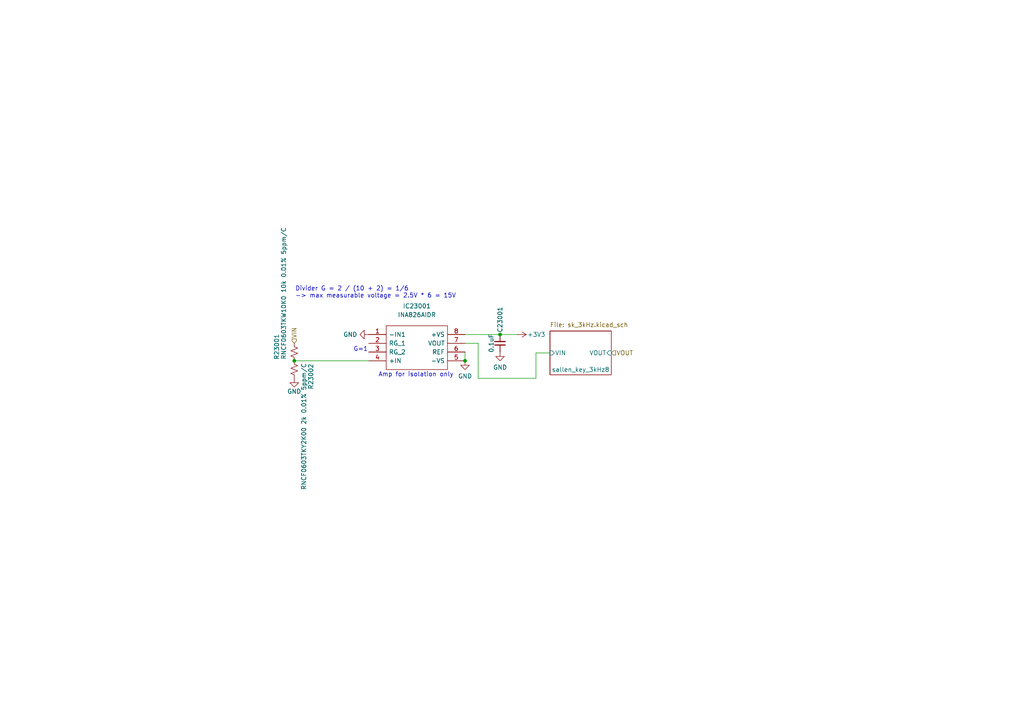
<source format=kicad_sch>
(kicad_sch (version 20231120) (generator "eeschema") (generator_version "8.0")
  (paper "A4")
  (lib_symbols
    (symbol "Device:C_Small" (pin_numbers hide) (pin_names (offset 0.254) hide)
      (property "Reference" "C" (at 0.254 1.778 0))
      (property "Value" "C_Small" (at 0.254 -2.032 0))
      (symbol "C_Small_0_1"
        (polyline (pts (xy -1.524 -0.508) (xy 1.524 -0.508)) (stroke (width 0.3302)))
        (polyline (pts (xy -1.524 0.508) (xy 1.524 0.508)) (stroke (width 0.3048)))
      )
      (symbol "C_Small_1_1"
        (pin passive line (at 0 2.54 270) (length 2.032) (name "~") (number "1"))
        (pin passive line (at 0 -2.54 90) (length 2.032) (name "~") (number "2"))
      )
    )
    (symbol "Device:R_Small_US" (pin_numbers hide) (pin_names (offset 0.254) hide)
      (property "Reference" "R" (at 0.762 0.508 0))
      (property "Value" "R_Small_US" (at 0.762 -1.016 0))
      (symbol "R_Small_US_1_1"
        (polyline (pts (xy 0 0) (xy 1.016 -0.381) (xy 0 -0.762) (xy -1.016 -1.143) (xy 0 -1.524)))
        (polyline (pts (xy 0 1.524) (xy 1.016 1.143) (xy 0 0.762) (xy -1.016 0.381) (xy 0 0)))
        (pin passive line (at 0 2.54 270) (length 1.016) (name "~") (number "1"))
        (pin passive line (at 0 -2.54 90) (length 1.016) (name "~") (number "2"))
      )
    )
    (symbol "aaa:INA826AIDR" (pin_names (offset 0.762))
      (property "Reference" "IC" (at 24.13 7.62 0))
      (property "Value" "INA826AIDR" (at 24.13 5.08 0))
      (symbol "INA826AIDR_0_0"
        (pin passive line (at 0 0 0) (length 5.08) (name "-IN1") (number "1"))
        (pin passive line (at 0 -2.54 0) (length 5.08) (name "RG_1") (number "2"))
        (pin passive line (at 0 -5.08 0) (length 5.08) (name "RG_2") (number "3"))
        (pin passive line (at 0 -7.62 0) (length 5.08) (name "+IN") (number "4"))
        (pin passive line (at 27.94 -7.62 180) (length 5.08) (name "-VS") (number "5"))
        (pin passive line (at 27.94 -5.08 180) (length 5.08) (name "REF") (number "6"))
        (pin passive line (at 27.94 -2.54 180) (length 5.08) (name "VOUT") (number "7"))
        (pin passive line (at 27.94 0 180) (length 5.08) (name "+VS") (number "8"))
      )
      (symbol "INA826AIDR_0_1"
        (polyline (pts (xy 5.08 2.54) (xy 22.86 2.54) (xy 22.86 -10.16) (xy 5.08 -10.16) (xy 5.08 2.54)) (stroke (width 0.1524)))
      )
    )
    (symbol "power:+3V3" (power) (pin_numbers hide) (pin_names (offset 0) hide)
      (property "Value" "+3V3" (at 0 3.556 0))
      (symbol "+3V3_0_1"
        (polyline (pts (xy -0.762 1.27) (xy 0 2.54)))
        (polyline (pts (xy 0 0) (xy 0 2.54)))
        (polyline (pts (xy 0 2.54) (xy 0.762 1.27)))
      )
      (symbol "+3V3_1_1"
        (pin power_in line (at 0 0 90) (length 0) (name "~") (number "1"))
      )
    )
    (symbol "power:GND" (power) (pin_names (offset 0))
      (property "Value" "GND" (at 0 -3.81 0))
      (symbol "GND_0_1"
        (polyline (pts (xy 0 0) (xy 0 -1.27) (xy 1.27 -1.27) (xy 0 -2.54) (xy -1.27 -1.27) (xy 0 -1.27)))
      )
      (symbol "GND_1_1"
        (pin power_in line (at 0 0 270) (length 0) hide (name "GND") (number "1"))
      )
    )
  )
  (junction (at 134.874 104.648))
  (junction (at 85.344 104.648))
  (junction (at 145.034 97.028))
  (wire (pts (xy 138.684 109.728) (xy 138.684 99.568)))
  (wire (pts (xy 145.034 97.028) (xy 150.114 97.028)))
  (wire (pts (xy 155.448 102.362) (xy 155.448 109.728)))
  (wire (pts (xy 85.344 104.648) (xy 106.934 104.648)))
  (wire (pts (xy 134.874 102.108) (xy 134.874 104.648)))
  (wire (pts (xy 134.874 97.028) (xy 145.034 97.028)))
  (wire (pts (xy 138.684 99.568) (xy 134.874 99.568)))
  (wire (pts (xy 138.684 109.728) (xy 155.448 109.728)))
  (wire (pts (xy 159.512 102.362) (xy 155.448 102.362)))
  (text "G=1" (at 102.489 102.108 0) (effects (font (size 1.27 1.27)) (justify left bottom)))
  (text "Amp for isolation only" (at 109.728 109.474 0) (effects (font (size 1.27 1.27)) (justify left bottom)))
  (text "Divider G = 2 / (10 + 2) = 1/6\n-> max measurable voltage = 2.5V * 6 = 15V" (at 85.598 86.614 0) (effects (font (size 1.27 1.27)) (justify left bottom)))
  (hierarchical_label "VOUT" (shape input) (at 177.292 102.362 0))
  (hierarchical_label "VIN" (shape input) (at 85.344 99.568 90))
  (symbol (lib_id "aaa:INA826AIDR") (at 106.934 97.028 0) (unit 1)
    (property "Reference" "IC23001" (at 120.904 88.773 0))
    (property "Value" "INA826AIDR" (at 120.904 91.313 0))
    (property "Footprint" "aaa:SOIC127P600X175-8N" (effects (hide yes)))
    (property "Datasheet" "http://www.ti.com/lit/gpn/ina826" (effects (hide yes)))
    (property "Description" "Precision, 200-uA Supply Current, 36-V Supply Instrumentation Amplifier" (effects (hide yes)))
    (property "Height" "1.75" (effects (hide yes)))
    (property "Manufacturer_Name" "Texas Instruments" (effects (hide yes)))
    (property "Manufacturer_Part_Number" "INA826AIDR" (effects (hide yes)))
    (property "Mouser Part Number" "595-INA826AIDR" (effects (hide yes)))
    (property "Mouser Price/Stock" "https://www.mouser.co.uk/ProductDetail/Texas-Instruments/INA826AIDR?qs=RqytGdBYyUFuQNJtlkA6aQ%3D%3D" (effects (hide yes)))
    (property "Arrow Part Number" "INA826AIDR" (effects (hide yes)))
    (property "Arrow Price/Stock" "https://www.arrow.com/en/products/ina826aidr/texas-instruments?region=nac" (effects (hide yes)))
    (property "LCSC" "C38433" (effects (hide yes)))
    (instances (project "analog_frontend_panel" (path "" (reference "IC23001") (unit 1)) (path "" (reference "IC45001") (unit 1))))
  )
  (symbol (lib_id "Device:R_Small_US") (at 85.344 107.188 0) (unit 1)
    (property "Reference" "R23002" (at 90.17 109.22 90))
    (property "Value" "RNCF0603TKY2K00 2k 0.01% 5ppm/C" (at 88.138 123.698 90))
    (property "Footprint" "Resistor_SMD:R_0603_1608Metric" (effects (hide yes)))
    (property "LCSC" "C346578" (effects (hide yes)))
    (instances (project "analog_frontend_panel" (path "" (reference "R23002") (unit 1)) (path "" (reference "R45003") (unit 1))))
  )
  (symbol (lib_id "power:GND") (at 85.344 109.728 0) (unit 1)
    (property "Reference" "#PWR23001" (effects (hide yes)))
    (property "Value" "GND" (at 87.376 113.538 0) (effects (justify right)))
    (instances (project "analog_frontend_panel" (path "" (reference "#PWR23001") (unit 1)) (path "" (reference "#PWR45009") (unit 1))))
  )
  (symbol (lib_id "power:+3V3") (at 150.114 97.028 270) (unit 1)
    (property "Reference" "#PWR23005" (effects (hide yes)))
    (property "Value" "+3V3" (at 152.908 97.028 90) (effects (justify left)))
    (property "Description" "Power symbol creates a global label with name \"+3V3\"" (effects (hide yes)))
    (instances (project "analog_frontend_panel" (path "" (reference "#PWR23005") (unit 1)) (path "" (reference "#PWR45008") (unit 1))))
  )
  (symbol (lib_id "Device:R_Small_US") (at 85.344 102.108 180) (unit 1)
    (property "Reference" "R23001" (at 80.264 100.584 90))
    (property "Value" "RNCF0603TKW10K0 10k 0.01% 5ppm/C" (at 82.296 85.09 90))
    (property "Footprint" "Resistor_SMD:R_0603_1608Metric" (effects (hide yes)))
    (property "LCSC" "C2482678" (effects (hide yes)))
    (instances (project "analog_frontend_panel" (path "" (reference "R23001") (unit 1)) (path "" (reference "R45004") (unit 1))))
  )
  (symbol (lib_id "power:GND") (at 106.934 97.028 270) (unit 1)
    (property "Reference" "#PWR23002" (effects (hide yes)))
    (property "Value" "GND" (at 103.632 97.0279 90) (effects (justify right)))
    (instances (project "analog_frontend_panel" (path "" (reference "#PWR23002") (unit 1)) (path "" (reference "#PWR45005") (unit 1))))
  )
  (symbol (lib_id "power:GND") (at 134.874 104.648 0) (unit 1)
    (property "Reference" "#PWR23003" (effects (hide yes)))
    (property "Value" "GND" (at 134.874 109.093 0))
    (instances (project "analog_frontend_panel" (path "" (reference "#PWR23003") (unit 1)) (path "" (reference "#PWR45006") (unit 1))))
  )
  (symbol (lib_id "Device:C_Small") (at 145.034 99.568 180) (unit 1)
    (property "Reference" "C23001" (at 145.034 92.71 90))
    (property "Value" "0.1uF" (at 142.494 99.568 90))
    (property "Footprint" "Capacitor_SMD:C_0402_1005Metric" (effects (hide yes)))
    (instances (project "analog_frontend_panel" (path "" (reference "C23001") (unit 1)) (path "" (reference "C45001") (unit 1))))
  )
  (symbol (lib_id "power:GND") (at 145.034 102.108 0) (unit 1)
    (property "Reference" "#PWR23004" (effects (hide yes)))
    (property "Value" "GND" (at 145.034 106.553 0))
    (instances (project "analog_frontend_panel" (path "" (reference "#PWR23004") (unit 1)) (path "" (reference "#PWR45007") (unit 1))))
  )
  (sheet (at 159.512 96.012) (size 17.78 12.7) (stroke (width 0.1524))
    (property "Sheetname" "sallen_key_3kHz8" (at 160.02 107.95 0) (effects (justify left bottom)))
    (property "Sheetfile" "sk_3kHz.kicad_sch" (at 159.512 93.472 0) (effects (justify left top)))
    (pin "VIN" input (at 159.512 102.362 180))
    (pin "VOUT" input (at 177.292 102.362 0))
  )
)
</source>
